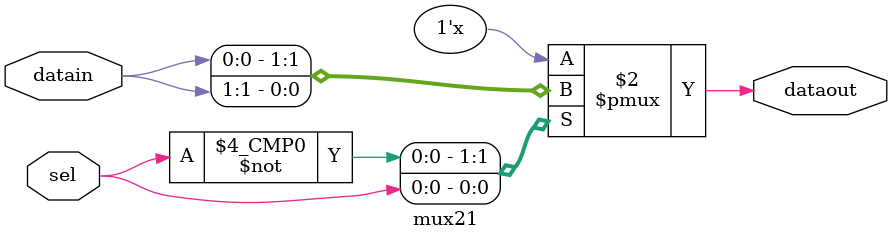
<source format=v>
module mux21(datain, sel, dataout);
    input [1:0] datain;
    input sel;
    output reg dataout;

    always @(sel) 
    begin
        case (sel)
        0 : dataout = datain [0];
        1 : dataout = datain [1];
        endcase
    end
endmodule

</source>
